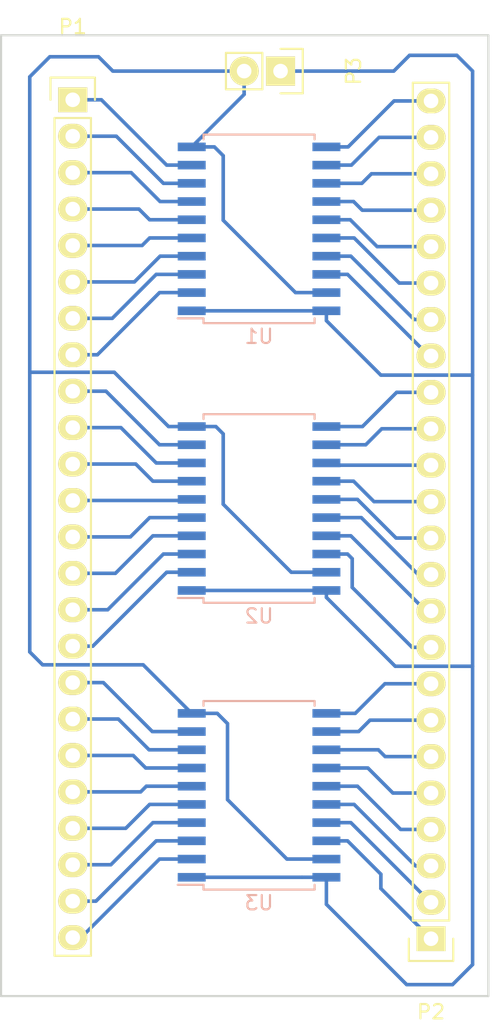
<source format=kicad_pcb>
(kicad_pcb (version 4) (host pcbnew "(2016-02-14 BZR 6556)-product")

  (general
    (links 60)
    (no_connects 0)
    (area 88.891667 73.391666 124.108334 145.075)
    (thickness 1.6)
    (drawings 4)
    (tracks 197)
    (zones 0)
    (modules 6)
    (nets 51)
  )

  (page A4)
  (layers
    (0 F.Cu signal)
    (31 B.Cu signal)
    (32 B.Adhes user)
    (33 F.Adhes user)
    (34 B.Paste user)
    (35 F.Paste user)
    (36 B.SilkS user)
    (37 F.SilkS user)
    (38 B.Mask user)
    (39 F.Mask user)
    (40 Dwgs.User user)
    (41 Cmts.User user)
    (42 Eco1.User user)
    (43 Eco2.User user)
    (44 Edge.Cuts user)
    (45 Margin user)
    (46 B.CrtYd user)
    (47 F.CrtYd user)
    (48 B.Fab user)
    (49 F.Fab user)
  )

  (setup
    (last_trace_width 0.25)
    (trace_clearance 0.2)
    (zone_clearance 0.508)
    (zone_45_only no)
    (trace_min 0.2)
    (segment_width 0.2)
    (edge_width 0.15)
    (via_size 0.6)
    (via_drill 0.4)
    (via_min_size 0.4)
    (via_min_drill 0.3)
    (uvia_size 0.3)
    (uvia_drill 0.1)
    (uvias_allowed no)
    (uvia_min_size 0.2)
    (uvia_min_drill 0.1)
    (pcb_text_width 0.3)
    (pcb_text_size 1.5 1.5)
    (mod_edge_width 0.15)
    (mod_text_size 1 1)
    (mod_text_width 0.15)
    (pad_size 1.524 1.524)
    (pad_drill 0.762)
    (pad_to_mask_clearance 0.2)
    (aux_axis_origin 0 0)
    (visible_elements FFFFFF7F)
    (pcbplotparams
      (layerselection 0x00000_fffffffe)
      (usegerberextensions false)
      (excludeedgelayer true)
      (linewidth 0.100000)
      (plotframeref false)
      (viasonmask false)
      (mode 1)
      (useauxorigin false)
      (hpglpennumber 1)
      (hpglpenspeed 20)
      (hpglpendiameter 15)
      (psnegative false)
      (psa4output false)
      (plotreference true)
      (plotvalue true)
      (plotinvisibletext false)
      (padsonsilk false)
      (subtractmaskfromsilk false)
      (outputformat 4)
      (mirror false)
      (drillshape 1)
      (scaleselection 1)
      (outputdirectory ""))
  )

  (net 0 "")
  (net 1 "Net-(P1-Pad1)")
  (net 2 "Net-(P1-Pad2)")
  (net 3 "Net-(P1-Pad3)")
  (net 4 "Net-(P1-Pad4)")
  (net 5 "Net-(P1-Pad5)")
  (net 6 "Net-(P1-Pad6)")
  (net 7 "Net-(P1-Pad7)")
  (net 8 "Net-(P1-Pad8)")
  (net 9 "Net-(P1-Pad9)")
  (net 10 "Net-(P1-Pad10)")
  (net 11 "Net-(P1-Pad11)")
  (net 12 "Net-(P1-Pad12)")
  (net 13 "Net-(P1-Pad13)")
  (net 14 "Net-(P1-Pad14)")
  (net 15 "Net-(P1-Pad15)")
  (net 16 "Net-(P1-Pad16)")
  (net 17 "Net-(P1-Pad17)")
  (net 18 "Net-(P1-Pad18)")
  (net 19 "Net-(P1-Pad19)")
  (net 20 "Net-(P1-Pad20)")
  (net 21 "Net-(P1-Pad21)")
  (net 22 "Net-(P1-Pad22)")
  (net 23 "Net-(P1-Pad23)")
  (net 24 "Net-(P1-Pad24)")
  (net 25 "Net-(P2-Pad1)")
  (net 26 "Net-(P2-Pad2)")
  (net 27 "Net-(P2-Pad3)")
  (net 28 "Net-(P2-Pad4)")
  (net 29 "Net-(P2-Pad5)")
  (net 30 "Net-(P2-Pad6)")
  (net 31 "Net-(P2-Pad7)")
  (net 32 "Net-(P2-Pad8)")
  (net 33 "Net-(P2-Pad9)")
  (net 34 "Net-(P2-Pad10)")
  (net 35 "Net-(P2-Pad11)")
  (net 36 "Net-(P2-Pad12)")
  (net 37 "Net-(P2-Pad13)")
  (net 38 "Net-(P2-Pad14)")
  (net 39 "Net-(P2-Pad15)")
  (net 40 "Net-(P2-Pad16)")
  (net 41 "Net-(P2-Pad17)")
  (net 42 "Net-(P2-Pad18)")
  (net 43 "Net-(P2-Pad19)")
  (net 44 "Net-(P2-Pad20)")
  (net 45 "Net-(P2-Pad21)")
  (net 46 "Net-(P2-Pad22)")
  (net 47 "Net-(P2-Pad23)")
  (net 48 "Net-(P2-Pad24)")
  (net 49 VCC)
  (net 50 GND)

  (net_class Default "This is the default net class."
    (clearance 0.2)
    (trace_width 0.25)
    (via_dia 0.6)
    (via_drill 0.4)
    (uvia_dia 0.3)
    (uvia_drill 0.1)
    (add_net GND)
    (add_net "Net-(P1-Pad1)")
    (add_net "Net-(P1-Pad10)")
    (add_net "Net-(P1-Pad11)")
    (add_net "Net-(P1-Pad12)")
    (add_net "Net-(P1-Pad13)")
    (add_net "Net-(P1-Pad14)")
    (add_net "Net-(P1-Pad15)")
    (add_net "Net-(P1-Pad16)")
    (add_net "Net-(P1-Pad17)")
    (add_net "Net-(P1-Pad18)")
    (add_net "Net-(P1-Pad19)")
    (add_net "Net-(P1-Pad2)")
    (add_net "Net-(P1-Pad20)")
    (add_net "Net-(P1-Pad21)")
    (add_net "Net-(P1-Pad22)")
    (add_net "Net-(P1-Pad23)")
    (add_net "Net-(P1-Pad24)")
    (add_net "Net-(P1-Pad3)")
    (add_net "Net-(P1-Pad4)")
    (add_net "Net-(P1-Pad5)")
    (add_net "Net-(P1-Pad6)")
    (add_net "Net-(P1-Pad7)")
    (add_net "Net-(P1-Pad8)")
    (add_net "Net-(P1-Pad9)")
    (add_net "Net-(P2-Pad1)")
    (add_net "Net-(P2-Pad10)")
    (add_net "Net-(P2-Pad11)")
    (add_net "Net-(P2-Pad12)")
    (add_net "Net-(P2-Pad13)")
    (add_net "Net-(P2-Pad14)")
    (add_net "Net-(P2-Pad15)")
    (add_net "Net-(P2-Pad16)")
    (add_net "Net-(P2-Pad17)")
    (add_net "Net-(P2-Pad18)")
    (add_net "Net-(P2-Pad19)")
    (add_net "Net-(P2-Pad2)")
    (add_net "Net-(P2-Pad20)")
    (add_net "Net-(P2-Pad21)")
    (add_net "Net-(P2-Pad22)")
    (add_net "Net-(P2-Pad23)")
    (add_net "Net-(P2-Pad24)")
    (add_net "Net-(P2-Pad3)")
    (add_net "Net-(P2-Pad4)")
    (add_net "Net-(P2-Pad5)")
    (add_net "Net-(P2-Pad6)")
    (add_net "Net-(P2-Pad7)")
    (add_net "Net-(P2-Pad8)")
    (add_net "Net-(P2-Pad9)")
    (add_net VCC)
  )

  (module Pin_Headers:Pin_Header_Straight_1x24 (layer F.Cu) (tedit 0) (tstamp 56C4C022)
    (at 94 80.5)
    (descr "Through hole pin header")
    (tags "pin header")
    (path /56C4C05E)
    (fp_text reference P1 (at 0 -5.1) (layer F.SilkS)
      (effects (font (size 1 1) (thickness 0.15)))
    )
    (fp_text value CONN_01X24 (at 0 -3.1) (layer F.Fab)
      (effects (font (size 1 1) (thickness 0.15)))
    )
    (fp_line (start -1.75 -1.75) (end -1.75 60.2) (layer F.CrtYd) (width 0.05))
    (fp_line (start 1.75 -1.75) (end 1.75 60.2) (layer F.CrtYd) (width 0.05))
    (fp_line (start -1.75 -1.75) (end 1.75 -1.75) (layer F.CrtYd) (width 0.05))
    (fp_line (start -1.75 60.2) (end 1.75 60.2) (layer F.CrtYd) (width 0.05))
    (fp_line (start 1.27 1.27) (end 1.27 59.69) (layer F.SilkS) (width 0.15))
    (fp_line (start -1.27 1.27) (end -1.27 59.69) (layer F.SilkS) (width 0.15))
    (fp_line (start -1.27 59.69) (end 1.27 59.69) (layer F.SilkS) (width 0.15))
    (fp_line (start 1.55 -1.55) (end 1.55 0) (layer F.SilkS) (width 0.15))
    (fp_line (start 1.27 1.27) (end -1.27 1.27) (layer F.SilkS) (width 0.15))
    (fp_line (start -1.55 0) (end -1.55 -1.55) (layer F.SilkS) (width 0.15))
    (fp_line (start -1.55 -1.55) (end 1.55 -1.55) (layer F.SilkS) (width 0.15))
    (pad 1 thru_hole rect (at 0 0) (size 2.032 1.7272) (drill 1.016) (layers *.Cu *.Mask F.SilkS)
      (net 1 "Net-(P1-Pad1)"))
    (pad 2 thru_hole oval (at 0 2.54) (size 2.032 1.7272) (drill 1.016) (layers *.Cu *.Mask F.SilkS)
      (net 2 "Net-(P1-Pad2)"))
    (pad 3 thru_hole oval (at 0 5.08) (size 2.032 1.7272) (drill 1.016) (layers *.Cu *.Mask F.SilkS)
      (net 3 "Net-(P1-Pad3)"))
    (pad 4 thru_hole oval (at 0 7.62) (size 2.032 1.7272) (drill 1.016) (layers *.Cu *.Mask F.SilkS)
      (net 4 "Net-(P1-Pad4)"))
    (pad 5 thru_hole oval (at 0 10.16) (size 2.032 1.7272) (drill 1.016) (layers *.Cu *.Mask F.SilkS)
      (net 5 "Net-(P1-Pad5)"))
    (pad 6 thru_hole oval (at 0 12.7) (size 2.032 1.7272) (drill 1.016) (layers *.Cu *.Mask F.SilkS)
      (net 6 "Net-(P1-Pad6)"))
    (pad 7 thru_hole oval (at 0 15.24) (size 2.032 1.7272) (drill 1.016) (layers *.Cu *.Mask F.SilkS)
      (net 7 "Net-(P1-Pad7)"))
    (pad 8 thru_hole oval (at 0 17.78) (size 2.032 1.7272) (drill 1.016) (layers *.Cu *.Mask F.SilkS)
      (net 8 "Net-(P1-Pad8)"))
    (pad 9 thru_hole oval (at 0 20.32) (size 2.032 1.7272) (drill 1.016) (layers *.Cu *.Mask F.SilkS)
      (net 9 "Net-(P1-Pad9)"))
    (pad 10 thru_hole oval (at 0 22.86) (size 2.032 1.7272) (drill 1.016) (layers *.Cu *.Mask F.SilkS)
      (net 10 "Net-(P1-Pad10)"))
    (pad 11 thru_hole oval (at 0 25.4) (size 2.032 1.7272) (drill 1.016) (layers *.Cu *.Mask F.SilkS)
      (net 11 "Net-(P1-Pad11)"))
    (pad 12 thru_hole oval (at 0 27.94) (size 2.032 1.7272) (drill 1.016) (layers *.Cu *.Mask F.SilkS)
      (net 12 "Net-(P1-Pad12)"))
    (pad 13 thru_hole oval (at 0 30.48) (size 2.032 1.7272) (drill 1.016) (layers *.Cu *.Mask F.SilkS)
      (net 13 "Net-(P1-Pad13)"))
    (pad 14 thru_hole oval (at 0 33.02) (size 2.032 1.7272) (drill 1.016) (layers *.Cu *.Mask F.SilkS)
      (net 14 "Net-(P1-Pad14)"))
    (pad 15 thru_hole oval (at 0 35.56) (size 2.032 1.7272) (drill 1.016) (layers *.Cu *.Mask F.SilkS)
      (net 15 "Net-(P1-Pad15)"))
    (pad 16 thru_hole oval (at 0 38.1) (size 2.032 1.7272) (drill 1.016) (layers *.Cu *.Mask F.SilkS)
      (net 16 "Net-(P1-Pad16)"))
    (pad 17 thru_hole oval (at 0 40.64) (size 2.032 1.7272) (drill 1.016) (layers *.Cu *.Mask F.SilkS)
      (net 17 "Net-(P1-Pad17)"))
    (pad 18 thru_hole oval (at 0 43.18) (size 2.032 1.7272) (drill 1.016) (layers *.Cu *.Mask F.SilkS)
      (net 18 "Net-(P1-Pad18)"))
    (pad 19 thru_hole oval (at 0 45.72) (size 2.032 1.7272) (drill 1.016) (layers *.Cu *.Mask F.SilkS)
      (net 19 "Net-(P1-Pad19)"))
    (pad 20 thru_hole oval (at 0 48.26) (size 2.032 1.7272) (drill 1.016) (layers *.Cu *.Mask F.SilkS)
      (net 20 "Net-(P1-Pad20)"))
    (pad 21 thru_hole oval (at 0 50.8) (size 2.032 1.7272) (drill 1.016) (layers *.Cu *.Mask F.SilkS)
      (net 21 "Net-(P1-Pad21)"))
    (pad 22 thru_hole oval (at 0 53.34) (size 2.032 1.7272) (drill 1.016) (layers *.Cu *.Mask F.SilkS)
      (net 22 "Net-(P1-Pad22)"))
    (pad 23 thru_hole oval (at 0 55.88) (size 2.032 1.7272) (drill 1.016) (layers *.Cu *.Mask F.SilkS)
      (net 23 "Net-(P1-Pad23)"))
    (pad 24 thru_hole oval (at 0 58.42) (size 2.032 1.7272) (drill 1.016) (layers *.Cu *.Mask F.SilkS)
      (net 24 "Net-(P1-Pad24)"))
    (model Pin_Headers.3dshapes/Pin_Header_Straight_1x24.wrl
      (at (xyz 0 -1.15 0))
      (scale (xyz 1 1 1))
      (rotate (xyz 0 0 90))
    )
  )

  (module Pin_Headers:Pin_Header_Straight_1x24 (layer F.Cu) (tedit 0) (tstamp 56C4C03E)
    (at 119 139 180)
    (descr "Through hole pin header")
    (tags "pin header")
    (path /56C4C0D8)
    (fp_text reference P2 (at 0 -5.1 180) (layer F.SilkS)
      (effects (font (size 1 1) (thickness 0.15)))
    )
    (fp_text value CONN_01X24 (at 0 -3.1 180) (layer F.Fab)
      (effects (font (size 1 1) (thickness 0.15)))
    )
    (fp_line (start -1.75 -1.75) (end -1.75 60.2) (layer F.CrtYd) (width 0.05))
    (fp_line (start 1.75 -1.75) (end 1.75 60.2) (layer F.CrtYd) (width 0.05))
    (fp_line (start -1.75 -1.75) (end 1.75 -1.75) (layer F.CrtYd) (width 0.05))
    (fp_line (start -1.75 60.2) (end 1.75 60.2) (layer F.CrtYd) (width 0.05))
    (fp_line (start 1.27 1.27) (end 1.27 59.69) (layer F.SilkS) (width 0.15))
    (fp_line (start -1.27 1.27) (end -1.27 59.69) (layer F.SilkS) (width 0.15))
    (fp_line (start -1.27 59.69) (end 1.27 59.69) (layer F.SilkS) (width 0.15))
    (fp_line (start 1.55 -1.55) (end 1.55 0) (layer F.SilkS) (width 0.15))
    (fp_line (start 1.27 1.27) (end -1.27 1.27) (layer F.SilkS) (width 0.15))
    (fp_line (start -1.55 0) (end -1.55 -1.55) (layer F.SilkS) (width 0.15))
    (fp_line (start -1.55 -1.55) (end 1.55 -1.55) (layer F.SilkS) (width 0.15))
    (pad 1 thru_hole rect (at 0 0 180) (size 2.032 1.7272) (drill 1.016) (layers *.Cu *.Mask F.SilkS)
      (net 25 "Net-(P2-Pad1)"))
    (pad 2 thru_hole oval (at 0 2.54 180) (size 2.032 1.7272) (drill 1.016) (layers *.Cu *.Mask F.SilkS)
      (net 26 "Net-(P2-Pad2)"))
    (pad 3 thru_hole oval (at 0 5.08 180) (size 2.032 1.7272) (drill 1.016) (layers *.Cu *.Mask F.SilkS)
      (net 27 "Net-(P2-Pad3)"))
    (pad 4 thru_hole oval (at 0 7.62 180) (size 2.032 1.7272) (drill 1.016) (layers *.Cu *.Mask F.SilkS)
      (net 28 "Net-(P2-Pad4)"))
    (pad 5 thru_hole oval (at 0 10.16 180) (size 2.032 1.7272) (drill 1.016) (layers *.Cu *.Mask F.SilkS)
      (net 29 "Net-(P2-Pad5)"))
    (pad 6 thru_hole oval (at 0 12.7 180) (size 2.032 1.7272) (drill 1.016) (layers *.Cu *.Mask F.SilkS)
      (net 30 "Net-(P2-Pad6)"))
    (pad 7 thru_hole oval (at 0 15.24 180) (size 2.032 1.7272) (drill 1.016) (layers *.Cu *.Mask F.SilkS)
      (net 31 "Net-(P2-Pad7)"))
    (pad 8 thru_hole oval (at 0 17.78 180) (size 2.032 1.7272) (drill 1.016) (layers *.Cu *.Mask F.SilkS)
      (net 32 "Net-(P2-Pad8)"))
    (pad 9 thru_hole oval (at 0 20.32 180) (size 2.032 1.7272) (drill 1.016) (layers *.Cu *.Mask F.SilkS)
      (net 33 "Net-(P2-Pad9)"))
    (pad 10 thru_hole oval (at 0 22.86 180) (size 2.032 1.7272) (drill 1.016) (layers *.Cu *.Mask F.SilkS)
      (net 34 "Net-(P2-Pad10)"))
    (pad 11 thru_hole oval (at 0 25.4 180) (size 2.032 1.7272) (drill 1.016) (layers *.Cu *.Mask F.SilkS)
      (net 35 "Net-(P2-Pad11)"))
    (pad 12 thru_hole oval (at 0 27.94 180) (size 2.032 1.7272) (drill 1.016) (layers *.Cu *.Mask F.SilkS)
      (net 36 "Net-(P2-Pad12)"))
    (pad 13 thru_hole oval (at 0 30.48 180) (size 2.032 1.7272) (drill 1.016) (layers *.Cu *.Mask F.SilkS)
      (net 37 "Net-(P2-Pad13)"))
    (pad 14 thru_hole oval (at 0 33.02 180) (size 2.032 1.7272) (drill 1.016) (layers *.Cu *.Mask F.SilkS)
      (net 38 "Net-(P2-Pad14)"))
    (pad 15 thru_hole oval (at 0 35.56 180) (size 2.032 1.7272) (drill 1.016) (layers *.Cu *.Mask F.SilkS)
      (net 39 "Net-(P2-Pad15)"))
    (pad 16 thru_hole oval (at 0 38.1 180) (size 2.032 1.7272) (drill 1.016) (layers *.Cu *.Mask F.SilkS)
      (net 40 "Net-(P2-Pad16)"))
    (pad 17 thru_hole oval (at 0 40.64 180) (size 2.032 1.7272) (drill 1.016) (layers *.Cu *.Mask F.SilkS)
      (net 41 "Net-(P2-Pad17)"))
    (pad 18 thru_hole oval (at 0 43.18 180) (size 2.032 1.7272) (drill 1.016) (layers *.Cu *.Mask F.SilkS)
      (net 42 "Net-(P2-Pad18)"))
    (pad 19 thru_hole oval (at 0 45.72 180) (size 2.032 1.7272) (drill 1.016) (layers *.Cu *.Mask F.SilkS)
      (net 43 "Net-(P2-Pad19)"))
    (pad 20 thru_hole oval (at 0 48.26 180) (size 2.032 1.7272) (drill 1.016) (layers *.Cu *.Mask F.SilkS)
      (net 44 "Net-(P2-Pad20)"))
    (pad 21 thru_hole oval (at 0 50.8 180) (size 2.032 1.7272) (drill 1.016) (layers *.Cu *.Mask F.SilkS)
      (net 45 "Net-(P2-Pad21)"))
    (pad 22 thru_hole oval (at 0 53.34 180) (size 2.032 1.7272) (drill 1.016) (layers *.Cu *.Mask F.SilkS)
      (net 46 "Net-(P2-Pad22)"))
    (pad 23 thru_hole oval (at 0 55.88 180) (size 2.032 1.7272) (drill 1.016) (layers *.Cu *.Mask F.SilkS)
      (net 47 "Net-(P2-Pad23)"))
    (pad 24 thru_hole oval (at 0 58.42 180) (size 2.032 1.7272) (drill 1.016) (layers *.Cu *.Mask F.SilkS)
      (net 48 "Net-(P2-Pad24)"))
    (model Pin_Headers.3dshapes/Pin_Header_Straight_1x24.wrl
      (at (xyz 0 -1.15 0))
      (scale (xyz 1 1 1))
      (rotate (xyz 0 0 90))
    )
  )

  (module Pin_Headers:Pin_Header_Straight_1x02 (layer F.Cu) (tedit 54EA090C) (tstamp 56C4C044)
    (at 108.5 78.5 270)
    (descr "Through hole pin header")
    (tags "pin header")
    (path /56C4D71B)
    (fp_text reference P3 (at 0 -5.1 270) (layer F.SilkS)
      (effects (font (size 1 1) (thickness 0.15)))
    )
    (fp_text value CONN_01X02 (at 0 -3.1 270) (layer F.Fab)
      (effects (font (size 1 1) (thickness 0.15)))
    )
    (fp_line (start 1.27 1.27) (end 1.27 3.81) (layer F.SilkS) (width 0.15))
    (fp_line (start 1.55 -1.55) (end 1.55 0) (layer F.SilkS) (width 0.15))
    (fp_line (start -1.75 -1.75) (end -1.75 4.3) (layer F.CrtYd) (width 0.05))
    (fp_line (start 1.75 -1.75) (end 1.75 4.3) (layer F.CrtYd) (width 0.05))
    (fp_line (start -1.75 -1.75) (end 1.75 -1.75) (layer F.CrtYd) (width 0.05))
    (fp_line (start -1.75 4.3) (end 1.75 4.3) (layer F.CrtYd) (width 0.05))
    (fp_line (start 1.27 1.27) (end -1.27 1.27) (layer F.SilkS) (width 0.15))
    (fp_line (start -1.55 0) (end -1.55 -1.55) (layer F.SilkS) (width 0.15))
    (fp_line (start -1.55 -1.55) (end 1.55 -1.55) (layer F.SilkS) (width 0.15))
    (fp_line (start -1.27 1.27) (end -1.27 3.81) (layer F.SilkS) (width 0.15))
    (fp_line (start -1.27 3.81) (end 1.27 3.81) (layer F.SilkS) (width 0.15))
    (pad 1 thru_hole rect (at 0 0 270) (size 2.032 2.032) (drill 1.016) (layers *.Cu *.Mask F.SilkS)
      (net 49 VCC))
    (pad 2 thru_hole oval (at 0 2.54 270) (size 2.032 2.032) (drill 1.016) (layers *.Cu *.Mask F.SilkS)
      (net 50 GND))
    (model Pin_Headers.3dshapes/Pin_Header_Straight_1x02.wrl
      (at (xyz 0 -0.05 0))
      (scale (xyz 1 1 1))
      (rotate (xyz 0 0 90))
    )
  )

  (module Housings_SOIC:SOIC-20_7.5x12.8mm_Pitch1.27mm (layer B.Cu) (tedit 54130A77) (tstamp 56C4C05C)
    (at 107 89.5)
    (descr "20-Lead Plastic Small Outline (SO) - Wide, 7.50 mm Body [SOIC] (see Microchip Packaging Specification 00000049BS.pdf)")
    (tags "SOIC 1.27")
    (path /56C4BC09)
    (attr smd)
    (fp_text reference U1 (at 0 7.5) (layer B.SilkS)
      (effects (font (size 1 1) (thickness 0.15)) (justify mirror))
    )
    (fp_text value 74LVC245 (at 0 -7.5) (layer B.Fab)
      (effects (font (size 1 1) (thickness 0.15)) (justify mirror))
    )
    (fp_line (start -5.95 6.75) (end -5.95 -6.75) (layer B.CrtYd) (width 0.05))
    (fp_line (start 5.95 6.75) (end 5.95 -6.75) (layer B.CrtYd) (width 0.05))
    (fp_line (start -5.95 6.75) (end 5.95 6.75) (layer B.CrtYd) (width 0.05))
    (fp_line (start -5.95 -6.75) (end 5.95 -6.75) (layer B.CrtYd) (width 0.05))
    (fp_line (start -3.875 6.575) (end -3.875 6.24) (layer B.SilkS) (width 0.15))
    (fp_line (start 3.875 6.575) (end 3.875 6.24) (layer B.SilkS) (width 0.15))
    (fp_line (start 3.875 -6.575) (end 3.875 -6.24) (layer B.SilkS) (width 0.15))
    (fp_line (start -3.875 -6.575) (end -3.875 -6.24) (layer B.SilkS) (width 0.15))
    (fp_line (start -3.875 6.575) (end 3.875 6.575) (layer B.SilkS) (width 0.15))
    (fp_line (start -3.875 -6.575) (end 3.875 -6.575) (layer B.SilkS) (width 0.15))
    (fp_line (start -3.875 6.24) (end -5.675 6.24) (layer B.SilkS) (width 0.15))
    (pad 1 smd rect (at -4.7 5.715) (size 1.95 0.6) (layers B.Cu B.Paste B.Mask)
      (net 49 VCC))
    (pad 2 smd rect (at -4.7 4.445) (size 1.95 0.6) (layers B.Cu B.Paste B.Mask)
      (net 8 "Net-(P1-Pad8)"))
    (pad 3 smd rect (at -4.7 3.175) (size 1.95 0.6) (layers B.Cu B.Paste B.Mask)
      (net 7 "Net-(P1-Pad7)"))
    (pad 4 smd rect (at -4.7 1.905) (size 1.95 0.6) (layers B.Cu B.Paste B.Mask)
      (net 6 "Net-(P1-Pad6)"))
    (pad 5 smd rect (at -4.7 0.635) (size 1.95 0.6) (layers B.Cu B.Paste B.Mask)
      (net 5 "Net-(P1-Pad5)"))
    (pad 6 smd rect (at -4.7 -0.635) (size 1.95 0.6) (layers B.Cu B.Paste B.Mask)
      (net 4 "Net-(P1-Pad4)"))
    (pad 7 smd rect (at -4.7 -1.905) (size 1.95 0.6) (layers B.Cu B.Paste B.Mask)
      (net 3 "Net-(P1-Pad3)"))
    (pad 8 smd rect (at -4.7 -3.175) (size 1.95 0.6) (layers B.Cu B.Paste B.Mask)
      (net 2 "Net-(P1-Pad2)"))
    (pad 9 smd rect (at -4.7 -4.445) (size 1.95 0.6) (layers B.Cu B.Paste B.Mask)
      (net 1 "Net-(P1-Pad1)"))
    (pad 10 smd rect (at -4.7 -5.715) (size 1.95 0.6) (layers B.Cu B.Paste B.Mask)
      (net 50 GND))
    (pad 11 smd rect (at 4.7 -5.715) (size 1.95 0.6) (layers B.Cu B.Paste B.Mask)
      (net 48 "Net-(P2-Pad24)"))
    (pad 12 smd rect (at 4.7 -4.445) (size 1.95 0.6) (layers B.Cu B.Paste B.Mask)
      (net 47 "Net-(P2-Pad23)"))
    (pad 13 smd rect (at 4.7 -3.175) (size 1.95 0.6) (layers B.Cu B.Paste B.Mask)
      (net 46 "Net-(P2-Pad22)"))
    (pad 14 smd rect (at 4.7 -1.905) (size 1.95 0.6) (layers B.Cu B.Paste B.Mask)
      (net 45 "Net-(P2-Pad21)"))
    (pad 15 smd rect (at 4.7 -0.635) (size 1.95 0.6) (layers B.Cu B.Paste B.Mask)
      (net 44 "Net-(P2-Pad20)"))
    (pad 16 smd rect (at 4.7 0.635) (size 1.95 0.6) (layers B.Cu B.Paste B.Mask)
      (net 43 "Net-(P2-Pad19)"))
    (pad 17 smd rect (at 4.7 1.905) (size 1.95 0.6) (layers B.Cu B.Paste B.Mask)
      (net 42 "Net-(P2-Pad18)"))
    (pad 18 smd rect (at 4.7 3.175) (size 1.95 0.6) (layers B.Cu B.Paste B.Mask)
      (net 41 "Net-(P2-Pad17)"))
    (pad 19 smd rect (at 4.7 4.445) (size 1.95 0.6) (layers B.Cu B.Paste B.Mask)
      (net 50 GND))
    (pad 20 smd rect (at 4.7 5.715) (size 1.95 0.6) (layers B.Cu B.Paste B.Mask)
      (net 49 VCC))
    (model Housings_SOIC.3dshapes/SOIC-20_7.5x12.8mm_Pitch1.27mm.wrl
      (at (xyz 0 0 0))
      (scale (xyz 1 1 1))
      (rotate (xyz 0 0 0))
    )
  )

  (module Housings_SOIC:SOIC-20_7.5x12.8mm_Pitch1.27mm (layer B.Cu) (tedit 54130A77) (tstamp 56C4C074)
    (at 107 109)
    (descr "20-Lead Plastic Small Outline (SO) - Wide, 7.50 mm Body [SOIC] (see Microchip Packaging Specification 00000049BS.pdf)")
    (tags "SOIC 1.27")
    (path /56C4BC46)
    (attr smd)
    (fp_text reference U2 (at 0 7.5) (layer B.SilkS)
      (effects (font (size 1 1) (thickness 0.15)) (justify mirror))
    )
    (fp_text value 74LVC245 (at 0 -7.5) (layer B.Fab)
      (effects (font (size 1 1) (thickness 0.15)) (justify mirror))
    )
    (fp_line (start -5.95 6.75) (end -5.95 -6.75) (layer B.CrtYd) (width 0.05))
    (fp_line (start 5.95 6.75) (end 5.95 -6.75) (layer B.CrtYd) (width 0.05))
    (fp_line (start -5.95 6.75) (end 5.95 6.75) (layer B.CrtYd) (width 0.05))
    (fp_line (start -5.95 -6.75) (end 5.95 -6.75) (layer B.CrtYd) (width 0.05))
    (fp_line (start -3.875 6.575) (end -3.875 6.24) (layer B.SilkS) (width 0.15))
    (fp_line (start 3.875 6.575) (end 3.875 6.24) (layer B.SilkS) (width 0.15))
    (fp_line (start 3.875 -6.575) (end 3.875 -6.24) (layer B.SilkS) (width 0.15))
    (fp_line (start -3.875 -6.575) (end -3.875 -6.24) (layer B.SilkS) (width 0.15))
    (fp_line (start -3.875 6.575) (end 3.875 6.575) (layer B.SilkS) (width 0.15))
    (fp_line (start -3.875 -6.575) (end 3.875 -6.575) (layer B.SilkS) (width 0.15))
    (fp_line (start -3.875 6.24) (end -5.675 6.24) (layer B.SilkS) (width 0.15))
    (pad 1 smd rect (at -4.7 5.715) (size 1.95 0.6) (layers B.Cu B.Paste B.Mask)
      (net 49 VCC))
    (pad 2 smd rect (at -4.7 4.445) (size 1.95 0.6) (layers B.Cu B.Paste B.Mask)
      (net 16 "Net-(P1-Pad16)"))
    (pad 3 smd rect (at -4.7 3.175) (size 1.95 0.6) (layers B.Cu B.Paste B.Mask)
      (net 15 "Net-(P1-Pad15)"))
    (pad 4 smd rect (at -4.7 1.905) (size 1.95 0.6) (layers B.Cu B.Paste B.Mask)
      (net 14 "Net-(P1-Pad14)"))
    (pad 5 smd rect (at -4.7 0.635) (size 1.95 0.6) (layers B.Cu B.Paste B.Mask)
      (net 13 "Net-(P1-Pad13)"))
    (pad 6 smd rect (at -4.7 -0.635) (size 1.95 0.6) (layers B.Cu B.Paste B.Mask)
      (net 12 "Net-(P1-Pad12)"))
    (pad 7 smd rect (at -4.7 -1.905) (size 1.95 0.6) (layers B.Cu B.Paste B.Mask)
      (net 11 "Net-(P1-Pad11)"))
    (pad 8 smd rect (at -4.7 -3.175) (size 1.95 0.6) (layers B.Cu B.Paste B.Mask)
      (net 10 "Net-(P1-Pad10)"))
    (pad 9 smd rect (at -4.7 -4.445) (size 1.95 0.6) (layers B.Cu B.Paste B.Mask)
      (net 9 "Net-(P1-Pad9)"))
    (pad 10 smd rect (at -4.7 -5.715) (size 1.95 0.6) (layers B.Cu B.Paste B.Mask)
      (net 50 GND))
    (pad 11 smd rect (at 4.7 -5.715) (size 1.95 0.6) (layers B.Cu B.Paste B.Mask)
      (net 40 "Net-(P2-Pad16)"))
    (pad 12 smd rect (at 4.7 -4.445) (size 1.95 0.6) (layers B.Cu B.Paste B.Mask)
      (net 39 "Net-(P2-Pad15)"))
    (pad 13 smd rect (at 4.7 -3.175) (size 1.95 0.6) (layers B.Cu B.Paste B.Mask)
      (net 38 "Net-(P2-Pad14)"))
    (pad 14 smd rect (at 4.7 -1.905) (size 1.95 0.6) (layers B.Cu B.Paste B.Mask)
      (net 37 "Net-(P2-Pad13)"))
    (pad 15 smd rect (at 4.7 -0.635) (size 1.95 0.6) (layers B.Cu B.Paste B.Mask)
      (net 36 "Net-(P2-Pad12)"))
    (pad 16 smd rect (at 4.7 0.635) (size 1.95 0.6) (layers B.Cu B.Paste B.Mask)
      (net 35 "Net-(P2-Pad11)"))
    (pad 17 smd rect (at 4.7 1.905) (size 1.95 0.6) (layers B.Cu B.Paste B.Mask)
      (net 34 "Net-(P2-Pad10)"))
    (pad 18 smd rect (at 4.7 3.175) (size 1.95 0.6) (layers B.Cu B.Paste B.Mask)
      (net 33 "Net-(P2-Pad9)"))
    (pad 19 smd rect (at 4.7 4.445) (size 1.95 0.6) (layers B.Cu B.Paste B.Mask)
      (net 50 GND))
    (pad 20 smd rect (at 4.7 5.715) (size 1.95 0.6) (layers B.Cu B.Paste B.Mask)
      (net 49 VCC))
    (model Housings_SOIC.3dshapes/SOIC-20_7.5x12.8mm_Pitch1.27mm.wrl
      (at (xyz 0 0 0))
      (scale (xyz 1 1 1))
      (rotate (xyz 0 0 0))
    )
  )

  (module Housings_SOIC:SOIC-20_7.5x12.8mm_Pitch1.27mm (layer B.Cu) (tedit 54130A77) (tstamp 56C4C08C)
    (at 107 129)
    (descr "20-Lead Plastic Small Outline (SO) - Wide, 7.50 mm Body [SOIC] (see Microchip Packaging Specification 00000049BS.pdf)")
    (tags "SOIC 1.27")
    (path /56C4BC89)
    (attr smd)
    (fp_text reference U3 (at 0 7.5) (layer B.SilkS)
      (effects (font (size 1 1) (thickness 0.15)) (justify mirror))
    )
    (fp_text value 74LVC245 (at 0 -7.5) (layer B.Fab)
      (effects (font (size 1 1) (thickness 0.15)) (justify mirror))
    )
    (fp_line (start -5.95 6.75) (end -5.95 -6.75) (layer B.CrtYd) (width 0.05))
    (fp_line (start 5.95 6.75) (end 5.95 -6.75) (layer B.CrtYd) (width 0.05))
    (fp_line (start -5.95 6.75) (end 5.95 6.75) (layer B.CrtYd) (width 0.05))
    (fp_line (start -5.95 -6.75) (end 5.95 -6.75) (layer B.CrtYd) (width 0.05))
    (fp_line (start -3.875 6.575) (end -3.875 6.24) (layer B.SilkS) (width 0.15))
    (fp_line (start 3.875 6.575) (end 3.875 6.24) (layer B.SilkS) (width 0.15))
    (fp_line (start 3.875 -6.575) (end 3.875 -6.24) (layer B.SilkS) (width 0.15))
    (fp_line (start -3.875 -6.575) (end -3.875 -6.24) (layer B.SilkS) (width 0.15))
    (fp_line (start -3.875 6.575) (end 3.875 6.575) (layer B.SilkS) (width 0.15))
    (fp_line (start -3.875 -6.575) (end 3.875 -6.575) (layer B.SilkS) (width 0.15))
    (fp_line (start -3.875 6.24) (end -5.675 6.24) (layer B.SilkS) (width 0.15))
    (pad 1 smd rect (at -4.7 5.715) (size 1.95 0.6) (layers B.Cu B.Paste B.Mask)
      (net 49 VCC))
    (pad 2 smd rect (at -4.7 4.445) (size 1.95 0.6) (layers B.Cu B.Paste B.Mask)
      (net 24 "Net-(P1-Pad24)"))
    (pad 3 smd rect (at -4.7 3.175) (size 1.95 0.6) (layers B.Cu B.Paste B.Mask)
      (net 23 "Net-(P1-Pad23)"))
    (pad 4 smd rect (at -4.7 1.905) (size 1.95 0.6) (layers B.Cu B.Paste B.Mask)
      (net 22 "Net-(P1-Pad22)"))
    (pad 5 smd rect (at -4.7 0.635) (size 1.95 0.6) (layers B.Cu B.Paste B.Mask)
      (net 21 "Net-(P1-Pad21)"))
    (pad 6 smd rect (at -4.7 -0.635) (size 1.95 0.6) (layers B.Cu B.Paste B.Mask)
      (net 20 "Net-(P1-Pad20)"))
    (pad 7 smd rect (at -4.7 -1.905) (size 1.95 0.6) (layers B.Cu B.Paste B.Mask)
      (net 19 "Net-(P1-Pad19)"))
    (pad 8 smd rect (at -4.7 -3.175) (size 1.95 0.6) (layers B.Cu B.Paste B.Mask)
      (net 18 "Net-(P1-Pad18)"))
    (pad 9 smd rect (at -4.7 -4.445) (size 1.95 0.6) (layers B.Cu B.Paste B.Mask)
      (net 17 "Net-(P1-Pad17)"))
    (pad 10 smd rect (at -4.7 -5.715) (size 1.95 0.6) (layers B.Cu B.Paste B.Mask)
      (net 50 GND))
    (pad 11 smd rect (at 4.7 -5.715) (size 1.95 0.6) (layers B.Cu B.Paste B.Mask)
      (net 32 "Net-(P2-Pad8)"))
    (pad 12 smd rect (at 4.7 -4.445) (size 1.95 0.6) (layers B.Cu B.Paste B.Mask)
      (net 31 "Net-(P2-Pad7)"))
    (pad 13 smd rect (at 4.7 -3.175) (size 1.95 0.6) (layers B.Cu B.Paste B.Mask)
      (net 30 "Net-(P2-Pad6)"))
    (pad 14 smd rect (at 4.7 -1.905) (size 1.95 0.6) (layers B.Cu B.Paste B.Mask)
      (net 29 "Net-(P2-Pad5)"))
    (pad 15 smd rect (at 4.7 -0.635) (size 1.95 0.6) (layers B.Cu B.Paste B.Mask)
      (net 28 "Net-(P2-Pad4)"))
    (pad 16 smd rect (at 4.7 0.635) (size 1.95 0.6) (layers B.Cu B.Paste B.Mask)
      (net 27 "Net-(P2-Pad3)"))
    (pad 17 smd rect (at 4.7 1.905) (size 1.95 0.6) (layers B.Cu B.Paste B.Mask)
      (net 26 "Net-(P2-Pad2)"))
    (pad 18 smd rect (at 4.7 3.175) (size 1.95 0.6) (layers B.Cu B.Paste B.Mask)
      (net 25 "Net-(P2-Pad1)"))
    (pad 19 smd rect (at 4.7 4.445) (size 1.95 0.6) (layers B.Cu B.Paste B.Mask)
      (net 50 GND))
    (pad 20 smd rect (at 4.7 5.715) (size 1.95 0.6) (layers B.Cu B.Paste B.Mask)
      (net 49 VCC))
    (model Housings_SOIC.3dshapes/SOIC-20_7.5x12.8mm_Pitch1.27mm.wrl
      (at (xyz 0 0 0))
      (scale (xyz 1 1 1))
      (rotate (xyz 0 0 0))
    )
  )

  (gr_line (start 89 76) (end 89 143) (angle 90) (layer Edge.Cuts) (width 0.15))
  (gr_line (start 123 76) (end 89 76) (angle 90) (layer Edge.Cuts) (width 0.15))
  (gr_line (start 123 143) (end 123 76) (angle 90) (layer Edge.Cuts) (width 0.15))
  (gr_line (start 89 143) (end 123 143) (angle 90) (layer Edge.Cuts) (width 0.15))

  (segment (start 94 80.5) (end 96 80.5) (width 0.25) (layer B.Cu) (net 1) (status 400000))
  (segment (start 100.555 85.055) (end 102.3 85.055) (width 0.25) (layer B.Cu) (net 1) (tstamp 56C4C3AE) (status 800000))
  (segment (start 96 80.5) (end 100.555 85.055) (width 0.25) (layer B.Cu) (net 1) (tstamp 56C4C3AC))
  (segment (start 94 83.04) (end 97.04 83.04) (width 0.25) (layer B.Cu) (net 2) (status 400000))
  (segment (start 100.325 86.325) (end 102.3 86.325) (width 0.25) (layer B.Cu) (net 2) (tstamp 56C4C3A9) (status 800000))
  (segment (start 97.04 83.04) (end 100.325 86.325) (width 0.25) (layer B.Cu) (net 2) (tstamp 56C4C3A7))
  (segment (start 94 85.58) (end 98.08 85.58) (width 0.25) (layer B.Cu) (net 3) (status 400000))
  (segment (start 100.095 87.595) (end 102.3 87.595) (width 0.25) (layer B.Cu) (net 3) (tstamp 56C4C3A4) (status 800000))
  (segment (start 98.08 85.58) (end 100.095 87.595) (width 0.25) (layer B.Cu) (net 3) (tstamp 56C4C3A2))
  (segment (start 94 88.12) (end 98.62 88.12) (width 0.25) (layer B.Cu) (net 4) (status 400000))
  (segment (start 99.365 88.865) (end 102.3 88.865) (width 0.25) (layer B.Cu) (net 4) (tstamp 56C4C3A0) (status 800000))
  (segment (start 98.62 88.12) (end 99.365 88.865) (width 0.25) (layer B.Cu) (net 4) (tstamp 56C4C39F))
  (segment (start 94 90.66) (end 98.84 90.66) (width 0.25) (layer B.Cu) (net 5) (status 400000))
  (segment (start 99.365 90.135) (end 102.3 90.135) (width 0.25) (layer B.Cu) (net 5) (tstamp 56C4C39D) (status 800000))
  (segment (start 98.84 90.66) (end 99.365 90.135) (width 0.25) (layer B.Cu) (net 5) (tstamp 56C4C39C))
  (segment (start 94 93.2) (end 98.3 93.2) (width 0.25) (layer B.Cu) (net 6) (status 400000))
  (segment (start 100.095 91.405) (end 102.3 91.405) (width 0.25) (layer B.Cu) (net 6) (tstamp 56C4C399) (status 800000))
  (segment (start 98.3 93.2) (end 100.095 91.405) (width 0.25) (layer B.Cu) (net 6) (tstamp 56C4C397))
  (segment (start 94 95.74) (end 96.76 95.74) (width 0.25) (layer B.Cu) (net 7) (status 400000))
  (segment (start 99.825 92.675) (end 102.3 92.675) (width 0.25) (layer B.Cu) (net 7) (tstamp 56C4C394) (status 800000))
  (segment (start 96.76 95.74) (end 99.825 92.675) (width 0.25) (layer B.Cu) (net 7) (tstamp 56C4C392))
  (segment (start 94 98.28) (end 95.72 98.28) (width 0.25) (layer B.Cu) (net 8) (status 400000))
  (segment (start 100.055 93.945) (end 102.3 93.945) (width 0.25) (layer B.Cu) (net 8) (tstamp 56C4C38F) (status 800000))
  (segment (start 95.72 98.28) (end 100.055 93.945) (width 0.25) (layer B.Cu) (net 8) (tstamp 56C4C38D))
  (segment (start 94 100.82) (end 96.32 100.82) (width 0.25) (layer B.Cu) (net 9) (status 400000))
  (segment (start 100.055 104.555) (end 102.3 104.555) (width 0.25) (layer B.Cu) (net 9) (tstamp 56C4C38A) (status 800000))
  (segment (start 96.32 100.82) (end 100.055 104.555) (width 0.25) (layer B.Cu) (net 9) (tstamp 56C4C388))
  (segment (start 94 103.36) (end 97.36 103.36) (width 0.25) (layer B.Cu) (net 10) (status 400000))
  (segment (start 99.825 105.825) (end 102.3 105.825) (width 0.25) (layer B.Cu) (net 10) (tstamp 56C4C385) (status 800000))
  (segment (start 97.36 103.36) (end 99.825 105.825) (width 0.25) (layer B.Cu) (net 10) (tstamp 56C4C383))
  (segment (start 94 105.9) (end 98.4 105.9) (width 0.25) (layer B.Cu) (net 11) (status 400000))
  (segment (start 99.595 107.095) (end 102.3 107.095) (width 0.25) (layer B.Cu) (net 11) (tstamp 56C4C380) (status 800000))
  (segment (start 98.4 105.9) (end 99.595 107.095) (width 0.25) (layer B.Cu) (net 11) (tstamp 56C4C37E))
  (segment (start 94 108.44) (end 102.225 108.44) (width 0.25) (layer B.Cu) (net 12) (status C00000))
  (segment (start 102.225 108.44) (end 102.3 108.365) (width 0.25) (layer B.Cu) (net 12) (tstamp 56C4C37C) (status C00000))
  (segment (start 94 110.98) (end 98.02 110.98) (width 0.25) (layer B.Cu) (net 13) (status 400000))
  (segment (start 99.365 109.635) (end 102.3 109.635) (width 0.25) (layer B.Cu) (net 13) (tstamp 56C4C379) (status 800000))
  (segment (start 98.02 110.98) (end 99.365 109.635) (width 0.25) (layer B.Cu) (net 13) (tstamp 56C4C377))
  (segment (start 94 113.52) (end 96.98 113.52) (width 0.25) (layer B.Cu) (net 14) (status 400000))
  (segment (start 99.595 110.905) (end 102.3 110.905) (width 0.25) (layer B.Cu) (net 14) (tstamp 56C4C374) (status 800000))
  (segment (start 96.98 113.52) (end 99.595 110.905) (width 0.25) (layer B.Cu) (net 14) (tstamp 56C4C372))
  (segment (start 94 116.06) (end 96.44 116.06) (width 0.25) (layer B.Cu) (net 15) (status 400000))
  (segment (start 100.325 112.175) (end 102.3 112.175) (width 0.25) (layer B.Cu) (net 15) (tstamp 56C4C36F) (status 800000))
  (segment (start 96.44 116.06) (end 100.325 112.175) (width 0.25) (layer B.Cu) (net 15) (tstamp 56C4C36D))
  (segment (start 94 118.6) (end 95.4 118.6) (width 0.25) (layer B.Cu) (net 16) (status 400000))
  (segment (start 100.555 113.445) (end 102.3 113.445) (width 0.25) (layer B.Cu) (net 16) (tstamp 56C4C369) (status 800000))
  (segment (start 95.4 118.6) (end 100.555 113.445) (width 0.25) (layer B.Cu) (net 16) (tstamp 56C4C367))
  (segment (start 94 121.14) (end 96.14 121.14) (width 0.25) (layer B.Cu) (net 17) (status 400000))
  (segment (start 99.555 124.555) (end 102.3 124.555) (width 0.25) (layer B.Cu) (net 17) (tstamp 56C4C364) (status 800000))
  (segment (start 96.14 121.14) (end 99.555 124.555) (width 0.25) (layer B.Cu) (net 17) (tstamp 56C4C362))
  (segment (start 94 123.68) (end 97.18 123.68) (width 0.25) (layer B.Cu) (net 18) (status 400000))
  (segment (start 99.325 125.825) (end 102.3 125.825) (width 0.25) (layer B.Cu) (net 18) (tstamp 56C4C35F) (status 800000))
  (segment (start 97.18 123.68) (end 99.325 125.825) (width 0.25) (layer B.Cu) (net 18) (tstamp 56C4C35D))
  (segment (start 94 126.22) (end 98.22 126.22) (width 0.25) (layer B.Cu) (net 19) (status 400000))
  (segment (start 99.095 127.095) (end 102.3 127.095) (width 0.25) (layer B.Cu) (net 19) (tstamp 56C4C35B) (status 800000))
  (segment (start 98.22 126.22) (end 99.095 127.095) (width 0.25) (layer B.Cu) (net 19) (tstamp 56C4C35A))
  (segment (start 94 128.76) (end 98.74 128.76) (width 0.25) (layer B.Cu) (net 20) (status 400000))
  (segment (start 99.135 128.365) (end 102.3 128.365) (width 0.25) (layer B.Cu) (net 20) (tstamp 56C4C358) (status 800000))
  (segment (start 98.74 128.76) (end 99.135 128.365) (width 0.25) (layer B.Cu) (net 20) (tstamp 56C4C357))
  (segment (start 94 131.3) (end 97.7 131.3) (width 0.25) (layer B.Cu) (net 21) (status 400000))
  (segment (start 99.365 129.635) (end 102.3 129.635) (width 0.25) (layer B.Cu) (net 21) (tstamp 56C4C354) (status 800000))
  (segment (start 97.7 131.3) (end 99.365 129.635) (width 0.25) (layer B.Cu) (net 21) (tstamp 56C4C352))
  (segment (start 94 133.84) (end 96.66 133.84) (width 0.25) (layer B.Cu) (net 22) (status 400000))
  (segment (start 99.595 130.905) (end 102.3 130.905) (width 0.25) (layer B.Cu) (net 22) (tstamp 56C4C34F) (status 800000))
  (segment (start 96.66 133.84) (end 99.595 130.905) (width 0.25) (layer B.Cu) (net 22) (tstamp 56C4C34D))
  (segment (start 94 136.38) (end 95.62 136.38) (width 0.25) (layer B.Cu) (net 23) (status 400000))
  (segment (start 99.825 132.175) (end 102.3 132.175) (width 0.25) (layer B.Cu) (net 23) (tstamp 56C4C34A) (status 800000))
  (segment (start 95.62 136.38) (end 99.825 132.175) (width 0.25) (layer B.Cu) (net 23) (tstamp 56C4C348))
  (segment (start 94 138.92) (end 94.58 138.92) (width 0.25) (layer B.Cu) (net 24) (status C00000))
  (segment (start 94.58 138.92) (end 100.055 133.445) (width 0.25) (layer B.Cu) (net 24) (tstamp 56C4C343) (status 400000))
  (segment (start 100.055 133.445) (end 102.3 133.445) (width 0.25) (layer B.Cu) (net 24) (tstamp 56C4C344) (status 800000))
  (segment (start 119 139) (end 115.5 135.5) (width 0.25) (layer B.Cu) (net 25) (status 400000))
  (segment (start 113.175 132.175) (end 111.7 132.175) (width 0.25) (layer B.Cu) (net 25) (tstamp 56C4C43E) (status 800000))
  (segment (start 115.5 134.5) (end 113.175 132.175) (width 0.25) (layer B.Cu) (net 25) (tstamp 56C4C43D))
  (segment (start 115.5 135.5) (end 115.5 134.5) (width 0.25) (layer B.Cu) (net 25) (tstamp 56C4C43C))
  (segment (start 119 136.46) (end 118.96 136.46) (width 0.25) (layer B.Cu) (net 26) (status C00000))
  (segment (start 118.96 136.46) (end 113.405 130.905) (width 0.25) (layer B.Cu) (net 26) (tstamp 56C4C433) (status 400000))
  (segment (start 113.405 130.905) (end 111.7 130.905) (width 0.25) (layer B.Cu) (net 26) (tstamp 56C4C434) (status 800000))
  (segment (start 119 133.92) (end 117.92 133.92) (width 0.25) (layer B.Cu) (net 27) (status 400000))
  (segment (start 113.635 129.635) (end 111.7 129.635) (width 0.25) (layer B.Cu) (net 27) (tstamp 56C4C430) (status 800000))
  (segment (start 117.92 133.92) (end 113.635 129.635) (width 0.25) (layer B.Cu) (net 27) (tstamp 56C4C42E))
  (segment (start 119 131.38) (end 116.88 131.38) (width 0.25) (layer B.Cu) (net 28) (status 400000))
  (segment (start 113.865 128.365) (end 111.7 128.365) (width 0.25) (layer B.Cu) (net 28) (tstamp 56C4C42B) (status 800000))
  (segment (start 116.88 131.38) (end 113.865 128.365) (width 0.25) (layer B.Cu) (net 28) (tstamp 56C4C429))
  (segment (start 119 128.84) (end 116.34 128.84) (width 0.25) (layer B.Cu) (net 29) (status 400000))
  (segment (start 114.595 127.095) (end 111.7 127.095) (width 0.25) (layer B.Cu) (net 29) (tstamp 56C4C426) (status 800000))
  (segment (start 116.34 128.84) (end 114.595 127.095) (width 0.25) (layer B.Cu) (net 29) (tstamp 56C4C424))
  (segment (start 119 126.3) (end 115.8 126.3) (width 0.25) (layer B.Cu) (net 30) (status 400000))
  (segment (start 115.325 125.825) (end 111.7 125.825) (width 0.25) (layer B.Cu) (net 30) (tstamp 56C4C422) (status 800000))
  (segment (start 115.8 126.3) (end 115.325 125.825) (width 0.25) (layer B.Cu) (net 30) (tstamp 56C4C421))
  (segment (start 119 123.76) (end 114.74 123.76) (width 0.25) (layer B.Cu) (net 31) (status 400000))
  (segment (start 113.945 124.555) (end 111.7 124.555) (width 0.25) (layer B.Cu) (net 31) (tstamp 56C4C41E) (status 800000))
  (segment (start 114.74 123.76) (end 113.945 124.555) (width 0.25) (layer B.Cu) (net 31) (tstamp 56C4C41D))
  (segment (start 119 121.22) (end 115.78 121.22) (width 0.25) (layer B.Cu) (net 32) (status 400000))
  (segment (start 113.715 123.285) (end 111.7 123.285) (width 0.25) (layer B.Cu) (net 32) (tstamp 56C4C41A) (status 800000))
  (segment (start 115.78 121.22) (end 113.715 123.285) (width 0.25) (layer B.Cu) (net 32) (tstamp 56C4C418))
  (segment (start 119 118.68) (end 117.68 118.68) (width 0.25) (layer B.Cu) (net 33) (status 400000))
  (segment (start 113.175 112.175) (end 111.7 112.175) (width 0.25) (layer B.Cu) (net 33) (tstamp 56C4C416) (status 800000))
  (segment (start 113.5 112.5) (end 113.175 112.175) (width 0.25) (layer B.Cu) (net 33) (tstamp 56C4C415))
  (segment (start 113.5 114.5) (end 113.5 112.5) (width 0.25) (layer B.Cu) (net 33) (tstamp 56C4C413))
  (segment (start 117.68 118.68) (end 113.5 114.5) (width 0.25) (layer B.Cu) (net 33) (tstamp 56C4C411))
  (segment (start 119 116.14) (end 118.64 116.14) (width 0.25) (layer B.Cu) (net 34) (status C00000))
  (segment (start 118.64 116.14) (end 113.405 110.905) (width 0.25) (layer B.Cu) (net 34) (tstamp 56C4C409) (status 400000))
  (segment (start 113.405 110.905) (end 111.7 110.905) (width 0.25) (layer B.Cu) (net 34) (tstamp 56C4C40A) (status 800000))
  (segment (start 119 113.6) (end 118.1 113.6) (width 0.25) (layer B.Cu) (net 35) (status C00000))
  (segment (start 118.1 113.6) (end 114.135 109.635) (width 0.25) (layer B.Cu) (net 35) (tstamp 56C4C405) (status 400000))
  (segment (start 114.135 109.635) (end 111.7 109.635) (width 0.25) (layer B.Cu) (net 35) (tstamp 56C4C406) (status 800000))
  (segment (start 119 111.06) (end 116.56 111.06) (width 0.25) (layer B.Cu) (net 36) (status 400000))
  (segment (start 113.865 108.365) (end 111.7 108.365) (width 0.25) (layer B.Cu) (net 36) (tstamp 56C4C402) (status 800000))
  (segment (start 116.56 111.06) (end 113.865 108.365) (width 0.25) (layer B.Cu) (net 36) (tstamp 56C4C400))
  (segment (start 119 108.52) (end 115.02 108.52) (width 0.25) (layer B.Cu) (net 37) (status 400000))
  (segment (start 113.595 107.095) (end 111.7 107.095) (width 0.25) (layer B.Cu) (net 37) (tstamp 56C4C3FD) (status 800000))
  (segment (start 115.02 108.52) (end 113.595 107.095) (width 0.25) (layer B.Cu) (net 37) (tstamp 56C4C3FB))
  (segment (start 119 105.98) (end 111.855 105.98) (width 0.25) (layer B.Cu) (net 38) (status C00000))
  (segment (start 111.855 105.98) (end 111.7 105.825) (width 0.25) (layer B.Cu) (net 38) (tstamp 56C4C3F9) (status C00000))
  (segment (start 119 103.44) (end 115.56 103.44) (width 0.25) (layer B.Cu) (net 39) (status 400000))
  (segment (start 114.445 104.555) (end 111.7 104.555) (width 0.25) (layer B.Cu) (net 39) (tstamp 56C4C3F5) (status 800000))
  (segment (start 115.56 103.44) (end 114.445 104.555) (width 0.25) (layer B.Cu) (net 39) (tstamp 56C4C3F3))
  (segment (start 119 100.9) (end 116.6 100.9) (width 0.25) (layer B.Cu) (net 40) (status 400000))
  (segment (start 114.215 103.285) (end 111.7 103.285) (width 0.25) (layer B.Cu) (net 40) (tstamp 56C4C3F0) (status 800000))
  (segment (start 116.6 100.9) (end 114.215 103.285) (width 0.25) (layer B.Cu) (net 40) (tstamp 56C4C3EE))
  (segment (start 119 98.36) (end 118.86 98.36) (width 0.25) (layer B.Cu) (net 41) (status C00000))
  (segment (start 118.86 98.36) (end 113.175 92.675) (width 0.25) (layer B.Cu) (net 41) (tstamp 56C4C3EA) (status 400000))
  (segment (start 113.175 92.675) (end 111.7 92.675) (width 0.25) (layer B.Cu) (net 41) (tstamp 56C4C3EB) (status 800000))
  (segment (start 119 95.82) (end 117.82 95.82) (width 0.25) (layer B.Cu) (net 42) (status 400000))
  (segment (start 113.405 91.405) (end 111.7 91.405) (width 0.25) (layer B.Cu) (net 42) (tstamp 56C4C3E7) (status 800000))
  (segment (start 117.82 95.82) (end 113.405 91.405) (width 0.25) (layer B.Cu) (net 42) (tstamp 56C4C3E5))
  (segment (start 119 93.28) (end 116.78 93.28) (width 0.25) (layer B.Cu) (net 43) (status 400000))
  (segment (start 113.635 90.135) (end 111.7 90.135) (width 0.25) (layer B.Cu) (net 43) (tstamp 56C4C3E2) (status 800000))
  (segment (start 116.78 93.28) (end 113.635 90.135) (width 0.25) (layer B.Cu) (net 43) (tstamp 56C4C3E0))
  (segment (start 119 90.74) (end 115.24 90.74) (width 0.25) (layer B.Cu) (net 44) (status 400000))
  (segment (start 113.365 88.865) (end 111.7 88.865) (width 0.25) (layer B.Cu) (net 44) (tstamp 56C4C3DD) (status 800000))
  (segment (start 115.24 90.74) (end 113.365 88.865) (width 0.25) (layer B.Cu) (net 44) (tstamp 56C4C3DB))
  (segment (start 119 88.2) (end 114.2 88.2) (width 0.25) (layer B.Cu) (net 45) (status 400000))
  (segment (start 113.595 87.595) (end 111.7 87.595) (width 0.25) (layer B.Cu) (net 45) (tstamp 56C4C3D9) (status 800000))
  (segment (start 114.2 88.2) (end 113.595 87.595) (width 0.25) (layer B.Cu) (net 45) (tstamp 56C4C3D8))
  (segment (start 119 85.66) (end 114.84 85.66) (width 0.25) (layer B.Cu) (net 46) (status 400000))
  (segment (start 114.175 86.325) (end 111.7 86.325) (width 0.25) (layer B.Cu) (net 46) (tstamp 56C4C3D6) (status 800000))
  (segment (start 114.84 85.66) (end 114.175 86.325) (width 0.25) (layer B.Cu) (net 46) (tstamp 56C4C3D5))
  (segment (start 119 83.12) (end 115.38 83.12) (width 0.25) (layer B.Cu) (net 47) (status 400000))
  (segment (start 113.445 85.055) (end 111.7 85.055) (width 0.25) (layer B.Cu) (net 47) (tstamp 56C4C3D2) (status 800000))
  (segment (start 115.38 83.12) (end 113.445 85.055) (width 0.25) (layer B.Cu) (net 47) (tstamp 56C4C3D0))
  (segment (start 119 80.58) (end 116.42 80.58) (width 0.25) (layer B.Cu) (net 48) (status 400000))
  (segment (start 113.215 83.785) (end 111.7 83.785) (width 0.25) (layer B.Cu) (net 48) (tstamp 56C4C3CD) (status 800000))
  (segment (start 116.42 80.58) (end 113.215 83.785) (width 0.25) (layer B.Cu) (net 48) (tstamp 56C4C3CB))
  (segment (start 111.7 95.215) (end 111.7 95.9) (width 0.25) (layer B.Cu) (net 49) (status 400000))
  (segment (start 115.5 99.7) (end 121.9 99.7) (width 0.25) (layer B.Cu) (net 49) (tstamp 56C4C4BB))
  (segment (start 111.7 95.9) (end 115.5 99.7) (width 0.25) (layer B.Cu) (net 49) (tstamp 56C4C4BA))
  (segment (start 111.7 114.715) (end 111.7 115.2) (width 0.25) (layer B.Cu) (net 49) (status 400000))
  (segment (start 116.5 120) (end 121.9 120) (width 0.25) (layer B.Cu) (net 49) (tstamp 56C4C4B5))
  (segment (start 111.7 115.2) (end 116.5 120) (width 0.25) (layer B.Cu) (net 49) (tstamp 56C4C4B4))
  (segment (start 108.5 78.5) (end 116.4 78.5) (width 0.25) (layer B.Cu) (net 49) (status 400000))
  (segment (start 121.9 78.5) (end 121.9 99.7) (width 0.25) (layer B.Cu) (net 49) (tstamp 56C4C4A8))
  (segment (start 120.8 77.4) (end 121.9 78.5) (width 0.25) (layer B.Cu) (net 49) (tstamp 56C4C4A6))
  (segment (start 117.5 77.4) (end 120.8 77.4) (width 0.25) (layer B.Cu) (net 49) (tstamp 56C4C4A4))
  (segment (start 116.4 78.5) (end 117.5 77.4) (width 0.25) (layer B.Cu) (net 49) (tstamp 56C4C4A2))
  (segment (start 121.9 99.7) (end 121.9 120) (width 0.25) (layer B.Cu) (net 49) (tstamp 56C4C4BE))
  (segment (start 111.7 136.6) (end 111.7 134.715) (width 0.25) (layer B.Cu) (net 49) (tstamp 56C4C4B0) (status 800000))
  (segment (start 121.9 120) (end 121.9 140.8) (width 0.25) (layer B.Cu) (net 49) (tstamp 56C4C4B8))
  (segment (start 121.9 140.8) (end 120.5 142.2) (width 0.25) (layer B.Cu) (net 49) (tstamp 56C4C4AA))
  (segment (start 120.5 142.2) (end 117.3 142.2) (width 0.25) (layer B.Cu) (net 49) (tstamp 56C4C4AC))
  (segment (start 117.3 142.2) (end 111.7 136.6) (width 0.25) (layer B.Cu) (net 49) (tstamp 56C4C4AE))
  (segment (start 111.7 95.215) (end 102.3 95.215) (width 0.25) (layer B.Cu) (net 49) (status C00000))
  (segment (start 111.7 95.215) (end 112.315 95.215) (width 0.25) (layer B.Cu) (net 49) (status C00000))
  (segment (start 102.3 114.715) (end 111.7 114.715) (width 0.25) (layer B.Cu) (net 49) (status C00000))
  (segment (start 111.7 114.715) (end 111.7 114.8) (width 0.25) (layer B.Cu) (net 49) (status C00000))
  (segment (start 102.3 134.715) (end 110 134.715) (width 0.25) (layer B.Cu) (net 49) (status 400000))
  (segment (start 110 134.715) (end 111.7 134.715) (width 0.25) (layer B.Cu) (net 49) (tstamp 56C4C3B6) (status 800000))
  (segment (start 102.3 103.285) (end 100.685 103.285) (width 0.25) (layer B.Cu) (net 50) (status 400000))
  (segment (start 96.9 99.5) (end 91 99.5) (width 0.25) (layer B.Cu) (net 50) (tstamp 56C4C488))
  (segment (start 100.685 103.285) (end 96.9 99.5) (width 0.25) (layer B.Cu) (net 50) (tstamp 56C4C486))
  (segment (start 105.96 78.5) (end 96.8 78.5) (width 0.25) (layer B.Cu) (net 50) (status 400000))
  (segment (start 96.8 78.5) (end 95.8 77.5) (width 0.25) (layer B.Cu) (net 50) (tstamp 56C4C479))
  (segment (start 95.8 77.5) (end 92.4 77.5) (width 0.25) (layer B.Cu) (net 50) (tstamp 56C4C47B))
  (segment (start 92.4 77.5) (end 91 78.9) (width 0.25) (layer B.Cu) (net 50) (tstamp 56C4C47D))
  (segment (start 91 78.9) (end 91 99.5) (width 0.25) (layer B.Cu) (net 50) (tstamp 56C4C47F))
  (segment (start 98.915 119.9) (end 102.3 123.285) (width 0.25) (layer B.Cu) (net 50) (tstamp 56C4C483) (status 800000))
  (segment (start 91 99.5) (end 91 119) (width 0.25) (layer B.Cu) (net 50) (tstamp 56C4C48B))
  (segment (start 91 119) (end 91.9 119.9) (width 0.25) (layer B.Cu) (net 50) (tstamp 56C4C481))
  (segment (start 91.9 119.9) (end 98.915 119.9) (width 0.25) (layer B.Cu) (net 50) (tstamp 56C4C482))
  (segment (start 105.96 78.5) (end 105.96 80.125) (width 0.25) (layer B.Cu) (net 50) (status 400000))
  (segment (start 105.96 80.125) (end 102.3 83.785) (width 0.25) (layer B.Cu) (net 50) (tstamp 56C4C475) (status 800000))
  (segment (start 111.7 93.945) (end 109.545 93.945) (width 0.25) (layer B.Cu) (net 50) (status 400000))
  (segment (start 103.885 83.785) (end 102.3 83.785) (width 0.25) (layer B.Cu) (net 50) (tstamp 56C4C473) (status 800000))
  (segment (start 104.5 84.4) (end 103.885 83.785) (width 0.25) (layer B.Cu) (net 50) (tstamp 56C4C472))
  (segment (start 104.5 88.9) (end 104.5 84.4) (width 0.25) (layer B.Cu) (net 50) (tstamp 56C4C470))
  (segment (start 109.545 93.945) (end 104.5 88.9) (width 0.25) (layer B.Cu) (net 50) (tstamp 56C4C46E))
  (segment (start 111.7 113.445) (end 109.245 113.445) (width 0.25) (layer B.Cu) (net 50) (status 400000))
  (segment (start 103.985 103.285) (end 102.3 103.285) (width 0.25) (layer B.Cu) (net 50) (tstamp 56C4C464) (status 800000))
  (segment (start 104.5 103.8) (end 103.985 103.285) (width 0.25) (layer B.Cu) (net 50) (tstamp 56C4C463))
  (segment (start 104.5 108.7) (end 104.5 103.8) (width 0.25) (layer B.Cu) (net 50) (tstamp 56C4C461))
  (segment (start 109.245 113.445) (end 104.5 108.7) (width 0.25) (layer B.Cu) (net 50) (tstamp 56C4C45F))
  (segment (start 111.7 133.445) (end 108.945 133.445) (width 0.25) (layer B.Cu) (net 50) (status 400000))
  (segment (start 108.945 133.445) (end 104.8 129.3) (width 0.25) (layer B.Cu) (net 50) (tstamp 56C4C456))
  (segment (start 104.8 129.3) (end 104.8 124) (width 0.25) (layer B.Cu) (net 50) (tstamp 56C4C458))
  (segment (start 104.8 124) (end 104.085 123.285) (width 0.25) (layer B.Cu) (net 50) (tstamp 56C4C45A))
  (segment (start 104.085 123.285) (end 102.3 123.285) (width 0.25) (layer B.Cu) (net 50) (tstamp 56C4C45B) (status 800000))

)

</source>
